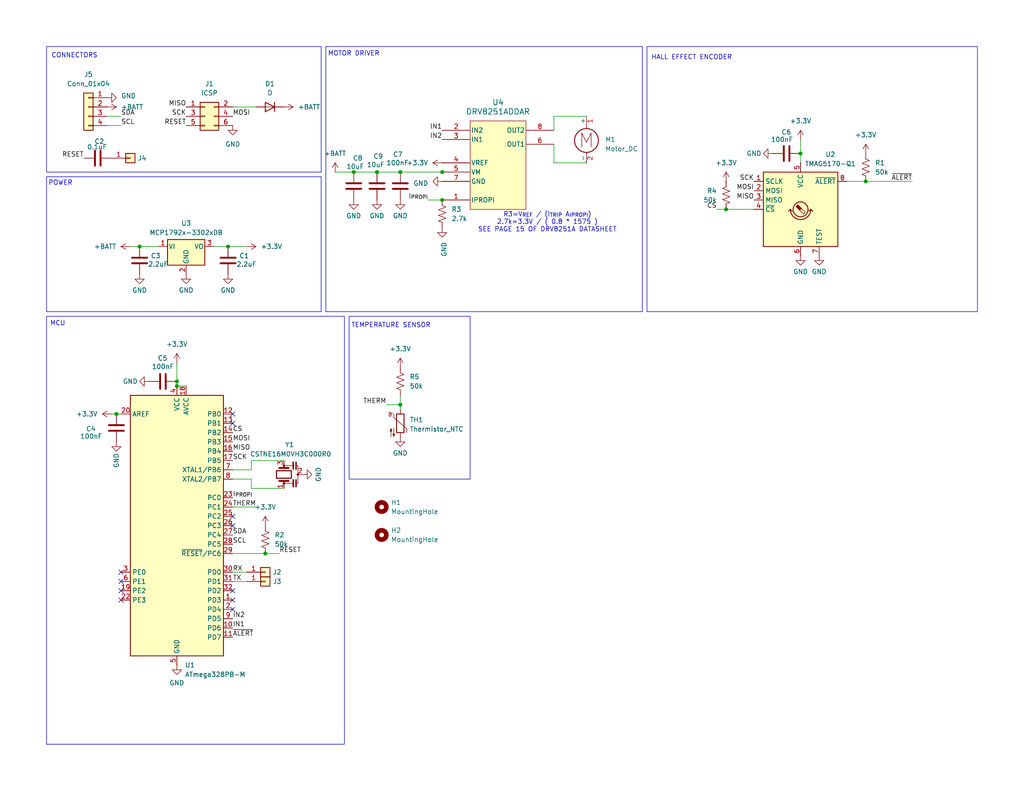
<source format=kicad_sch>
(kicad_sch (version 20231120) (generator "eeschema") (generator_version "8.0")
  (paper "USLetter")
  (title_block (rev "1") (comment 1 "Design for JLCPCB 1-2 Layer Service"))
  (lib_symbols
    (symbol "Connector_Generic:Conn_01x01" (pin_names (offset 1.016) hide)
      (property "Reference" "J" (at 0 2.54 0))
      (property "Value" "Conn_01x01" (at 0 -2.54 0))
      (symbol "Conn_01x01_1_1"
        (rectangle (start -1.27 0.127) (end 0 -0.127) (stroke (width 0.1524)))
        (rectangle (start -1.27 1.27) (end 1.27 -1.27) (stroke (width 0.254)) (fill (type background)))
        (pin passive line (at -5.08 0 0) (length 3.81) (name "Pin_1") (number "1"))
      )
    )
    (symbol "Connector_Generic:Conn_01x04" (pin_names (offset 1.016) hide)
      (property "Reference" "J" (at 0 5.08 0))
      (property "Value" "Conn_01x04" (at 0 -7.62 0))
      (symbol "Conn_01x04_1_1"
        (rectangle (start -1.27 -4.953) (end 0 -5.207) (stroke (width 0.1524)))
        (rectangle (start -1.27 -2.413) (end 0 -2.667) (stroke (width 0.1524)))
        (rectangle (start -1.27 0.127) (end 0 -0.127) (stroke (width 0.1524)))
        (rectangle (start -1.27 2.667) (end 0 2.413) (stroke (width 0.1524)))
        (rectangle (start -1.27 3.81) (end 1.27 -6.35) (stroke (width 0.254)) (fill (type background)))
        (pin passive line (at -5.08 2.54 0) (length 3.81) (name "Pin_1") (number "1"))
        (pin passive line (at -5.08 0 0) (length 3.81) (name "Pin_2") (number "2"))
        (pin passive line (at -5.08 -2.54 0) (length 3.81) (name "Pin_3") (number "3"))
        (pin passive line (at -5.08 -5.08 0) (length 3.81) (name "Pin_4") (number "4"))
      )
    )
    (symbol "Connector_Generic:Conn_02x03_Odd_Even" (pin_names (offset 1.016) hide)
      (property "Reference" "J" (at 1.27 5.08 0))
      (property "Value" "Conn_02x03_Odd_Even" (at 1.27 -5.08 0))
      (symbol "Conn_02x03_Odd_Even_1_1"
        (rectangle (start -1.27 -2.413) (end 0 -2.667) (stroke (width 0.1524)))
        (rectangle (start -1.27 0.127) (end 0 -0.127) (stroke (width 0.1524)))
        (rectangle (start -1.27 2.667) (end 0 2.413) (stroke (width 0.1524)))
        (rectangle (start -1.27 3.81) (end 3.81 -3.81) (stroke (width 0.254)) (fill (type background)))
        (rectangle (start 3.81 -2.413) (end 2.54 -2.667) (stroke (width 0.1524)))
        (rectangle (start 3.81 0.127) (end 2.54 -0.127) (stroke (width 0.1524)))
        (rectangle (start 3.81 2.667) (end 2.54 2.413) (stroke (width 0.1524)))
        (pin passive line (at -5.08 2.54 0) (length 3.81) (name "Pin_1") (number "1"))
        (pin passive line (at 7.62 2.54 180) (length 3.81) (name "Pin_2") (number "2"))
        (pin passive line (at -5.08 0 0) (length 3.81) (name "Pin_3") (number "3"))
        (pin passive line (at 7.62 0 180) (length 3.81) (name "Pin_4") (number "4"))
        (pin passive line (at -5.08 -2.54 0) (length 3.81) (name "Pin_5") (number "5"))
        (pin passive line (at 7.62 -2.54 180) (length 3.81) (name "Pin_6") (number "6"))
      )
    )
    (symbol "Device:C" (pin_numbers hide) (pin_names (offset 0.254))
      (property "Reference" "C" (at 0.635 2.54 0))
      (property "Value" "C" (at 0.635 -2.54 0))
      (symbol "C_0_1"
        (polyline (pts (xy -2.032 -0.762) (xy 2.032 -0.762)) (stroke (width 0.508)))
        (polyline (pts (xy -2.032 0.762) (xy 2.032 0.762)) (stroke (width 0.508)))
      )
      (symbol "C_1_1"
        (pin passive line (at 0 3.81 270) (length 2.794) (name "~") (number "1"))
        (pin passive line (at 0 -3.81 90) (length 2.794) (name "~") (number "2"))
      )
    )
    (symbol "Device:D" (pin_numbers hide) (pin_names (offset 1.016) hide)
      (property "Reference" "D" (at 0 2.54 0))
      (property "Value" "D" (at 0 -2.54 0))
      (symbol "D_0_1"
        (polyline (pts (xy -1.27 1.27) (xy -1.27 -1.27)) (stroke (width 0.254)))
        (polyline (pts (xy 1.27 0) (xy -1.27 0)))
        (polyline (pts (xy 1.27 1.27) (xy 1.27 -1.27) (xy -1.27 0) (xy 1.27 1.27)) (stroke (width 0.254)))
      )
      (symbol "D_1_1"
        (pin passive line (at -3.81 0 0) (length 2.54) (name "K") (number "1"))
        (pin passive line (at 3.81 0 180) (length 2.54) (name "A") (number "2"))
      )
    )
    (symbol "Device:R_US" (pin_numbers hide) (pin_names (offset 0))
      (property "Reference" "R" (at 2.54 0 90))
      (property "Value" "R_US" (at -2.54 0 90))
      (symbol "R_US_0_1"
        (polyline (pts (xy 0 -2.286) (xy 0 -2.54)))
        (polyline (pts (xy 0 2.286) (xy 0 2.54)))
        (polyline (pts (xy 0 -0.762) (xy 1.016 -1.143) (xy 0 -1.524) (xy -1.016 -1.905) (xy 0 -2.286)))
        (polyline (pts (xy 0 0.762) (xy 1.016 0.381) (xy 0 0) (xy -1.016 -0.381) (xy 0 -0.762)))
        (polyline (pts (xy 0 2.286) (xy 1.016 1.905) (xy 0 1.524) (xy -1.016 1.143) (xy 0 0.762)))
      )
      (symbol "R_US_1_1"
        (pin passive line (at 0 3.81 270) (length 1.27) (name "~") (number "1"))
        (pin passive line (at 0 -3.81 90) (length 1.27) (name "~") (number "2"))
      )
    )
    (symbol "Device:Resonator" (pin_names (offset 1.016) hide)
      (property "Reference" "Y" (at 0 5.715 0))
      (property "Value" "Resonator" (at 0 3.81 0))
      (symbol "Resonator_0_1"
        (rectangle (start -3.429 -3.175) (end -1.397 -3.429) (fill (type outline)))
        (rectangle (start -3.429 -2.413) (end -1.397 -2.667) (fill (type outline)))
        (circle (center -2.413 0) (radius 0.254) (fill (type outline)))
        (rectangle (start -1.016 2.032) (end 1.016 -2.032) (stroke (width 0.3048)))
        (circle (center 0 -3.81) (radius 0.254) (fill (type outline)))
        (polyline (pts (xy -2.413 -2.413) (xy -2.413 0)))
        (polyline (pts (xy -1.905 0) (xy -3.175 0)))
        (polyline (pts (xy -1.778 -1.27) (xy -1.778 1.27)) (stroke (width 0.508)))
        (polyline (pts (xy 1.778 -1.27) (xy 1.778 1.27)) (stroke (width 0.508)))
        (polyline (pts (xy 1.905 0) (xy 2.54 0)))
        (polyline (pts (xy 2.413 0) (xy 2.413 -2.54)))
        (polyline (pts (xy 2.413 -3.302) (xy 2.413 -3.81) (xy -2.413 -3.81) (xy -2.413 -3.302)))
        (rectangle (start 1.397 -3.175) (end 3.429 -3.429) (fill (type outline)))
        (rectangle (start 1.397 -2.413) (end 3.429 -2.667) (fill (type outline)))
        (circle (center 2.413 0) (radius 0.254) (fill (type outline)))
      )
      (symbol "Resonator_1_1"
        (pin passive line (at -3.81 0 0) (length 1.27) (name "1") (number "1"))
        (pin passive line (at 0 -5.08 90) (length 1.27) (name "2") (number "2"))
        (pin passive line (at 3.81 0 180) (length 1.27) (name "3") (number "3"))
      )
    )
    (symbol "Device:Thermistor_NTC" (pin_numbers hide) (pin_names (offset 0))
      (property "Reference" "TH" (at -4.445 0 90))
      (property "Value" "Thermistor_NTC" (at 3.175 0 90))
      (symbol "Thermistor_NTC_0_1"
        (arc (start -3.048 2.159) (mid -3.0495 2.3143) (end -3.175 2.413))
        (arc (start -3.048 2.159) (mid -2.9736 1.9794) (end -2.794 1.905))
        (arc (start -3.048 2.794) (mid -2.9736 2.6144) (end -2.794 2.54))
        (arc (start -2.794 1.905) (mid -2.6144 1.9794) (end -2.54 2.159))
        (arc (start -2.794 2.54) (mid -2.4393 2.5587) (end -2.159 2.794))
        (arc (start -2.794 3.048) (mid -2.9736 2.9736) (end -3.048 2.794))
        (arc (start -2.54 2.794) (mid -2.6144 2.9736) (end -2.794 3.048))
        (rectangle (start -1.016 2.54) (end 1.016 -2.54) (stroke (width 0.254)))
        (polyline (pts (xy -2.54 2.159) (xy -2.54 2.794)))
        (polyline (pts (xy -1.778 2.54) (xy -1.778 1.524) (xy 1.778 -1.524) (xy 1.778 -2.54)))
        (polyline (pts (xy -2.54 -3.683) (xy -2.54 -1.397) (xy -2.794 -2.159) (xy -2.286 -2.159) (xy -2.54 -1.397) (xy -2.54 -1.651)) (fill (type outline)))
        (polyline (pts (xy -1.778 -1.397) (xy -1.778 -3.683) (xy -2.032 -2.921) (xy -1.524 -2.921) (xy -1.778 -3.683) (xy -1.778 -3.429)) (fill (type outline)))
      )
      (symbol "Thermistor_NTC_1_1"
        (pin passive line (at 0 3.81 270) (length 1.27) (name "~") (number "1"))
        (pin passive line (at 0 -3.81 90) (length 1.27) (name "~") (number "2"))
      )
    )
    (symbol "MCU_Microchip_ATmega:ATmega328PB-M"
      (property "Reference" "U" (at -12.7 36.83 0))
      (property "Value" "ATmega328PB-M" (at 2.54 -36.83 0))
      (symbol "ATmega328PB-M_0_1"
        (rectangle (start -12.7 -35.56) (end 12.7 35.56) (stroke (width 0.254)) (fill (type background)))
      )
      (symbol "ATmega328PB-M_1_1"
        (pin bidirectional line (at 15.24 -20.32 180) (length 2.54) (name "PD3") (number "1"))
        (pin bidirectional line (at 15.24 -27.94 180) (length 2.54) (name "PD6") (number "10"))
        (pin bidirectional line (at 15.24 -30.48 180) (length 2.54) (name "PD7") (number "11"))
        (pin bidirectional line (at 15.24 30.48 180) (length 2.54) (name "PB0") (number "12"))
        (pin bidirectional line (at 15.24 27.94 180) (length 2.54) (name "PB1") (number "13"))
        (pin bidirectional line (at 15.24 25.4 180) (length 2.54) (name "PB2") (number "14"))
        (pin bidirectional line (at 15.24 22.86 180) (length 2.54) (name "PB3") (number "15"))
        (pin bidirectional line (at 15.24 20.32 180) (length 2.54) (name "PB4") (number "16"))
        (pin bidirectional line (at 15.24 17.78 180) (length 2.54) (name "PB5") (number "17"))
        (pin power_in line (at 2.54 38.1 270) (length 2.54) (name "AVCC") (number "18"))
        (pin bidirectional line (at -15.24 -17.78 0) (length 2.54) (name "PE2") (number "19"))
        (pin bidirectional line (at 15.24 -22.86 180) (length 2.54) (name "PD4") (number "2"))
        (pin passive line (at -15.24 30.48 0) (length 2.54) (name "AREF") (number "20"))
        (pin passive line (at 0 -38.1 90) (length 2.54) hide (name "GND") (number "21"))
        (pin bidirectional line (at -15.24 -20.32 0) (length 2.54) (name "PE3") (number "22"))
        (pin bidirectional line (at 15.24 7.62 180) (length 2.54) (name "PC0") (number "23"))
        (pin bidirectional line (at 15.24 5.08 180) (length 2.54) (name "PC1") (number "24"))
        (pin bidirectional line (at 15.24 2.54 180) (length 2.54) (name "PC2") (number "25"))
        (pin bidirectional line (at 15.24 0 180) (length 2.54) (name "PC3") (number "26"))
        (pin bidirectional line (at 15.24 -2.54 180) (length 2.54) (name "PC4") (number "27"))
        (pin bidirectional line (at 15.24 -5.08 180) (length 2.54) (name "PC5") (number "28"))
        (pin bidirectional line (at 15.24 -7.62 180) (length 2.54) (name "~{RESET}/PC6") (number "29"))
        (pin bidirectional line (at -15.24 -12.7 0) (length 2.54) (name "PE0") (number "3"))
        (pin bidirectional line (at 15.24 -12.7 180) (length 2.54) (name "PD0") (number "30"))
        (pin bidirectional line (at 15.24 -15.24 180) (length 2.54) (name "PD1") (number "31"))
        (pin bidirectional line (at 15.24 -17.78 180) (length 2.54) (name "PD2") (number "32"))
        (pin passive line (at 0 -38.1 90) (length 2.54) hide (name "GND") (number "33"))
        (pin power_in line (at 0 38.1 270) (length 2.54) (name "VCC") (number "4"))
        (pin power_in line (at 0 -38.1 90) (length 2.54) (name "GND") (number "5"))
        (pin bidirectional line (at -15.24 -15.24 0) (length 2.54) (name "PE1") (number "6"))
        (pin bidirectional line (at 15.24 15.24 180) (length 2.54) (name "XTAL1/PB6") (number "7"))
        (pin bidirectional line (at 15.24 12.7 180) (length 2.54) (name "XTAL2/PB7") (number "8"))
        (pin bidirectional line (at 15.24 -25.4 180) (length 2.54) (name "PD5") (number "9"))
      )
    )
    (symbol "Mechanical:MountingHole" (pin_names (offset 1.016)) (exclude_from_sim yes) (in_bom no)
      (property "Reference" "H" (at 0 5.08 0))
      (property "Value" "MountingHole" (at 0 3.175 0))
      (symbol "MountingHole_0_1"
        (circle (center 0 0) (radius 1.27) (stroke (width 1.27)))
      )
    )
    (symbol "Motor:Motor_DC" (pin_names (offset 0))
      (property "Reference" "M" (at 2.54 2.54 0))
      (property "Value" "Motor_DC" (at 2.54 -5.08 0))
      (symbol "Motor_DC_0_0"
        (polyline (pts (xy -1.27 -3.302) (xy -1.27 0.508) (xy 0 -2.032) (xy 1.27 0.508) (xy 1.27 -3.302)))
      )
      (symbol "Motor_DC_0_1"
        (circle (center 0 -1.524) (radius 3.2512) (stroke (width 0.254)))
        (polyline (pts (xy 0 -7.62) (xy 0 -7.112)))
        (polyline (pts (xy 0 -4.7752) (xy 0 -5.1816)))
        (polyline (pts (xy 0 1.7272) (xy 0 2.0828)))
        (polyline (pts (xy 0 2.032) (xy 0 2.54)))
      )
      (symbol "Motor_DC_1_1"
        (pin passive line (at 0 5.08 270) (length 2.54) (name "+") (number "1"))
        (pin passive line (at 0 -7.62 90) (length 2.54) (name "-") (number "2"))
      )
    )
    (symbol "Regulator_Linear:MCP1792x-3302xDB" (pin_names (offset 0.254))
      (property "Reference" "U" (at -3.81 3.175 0))
      (property "Value" "MCP1792x-3302xDB" (at 0 3.175 0))
      (symbol "MCP1792x-3302xDB_0_1"
        (rectangle (start -5.08 -5.08) (end 5.08 1.905) (stroke (width 0.254)) (fill (type background)))
      )
      (symbol "MCP1792x-3302xDB_1_1"
        (pin power_in line (at -7.62 0 0) (length 2.54) (name "VI") (number "1"))
        (pin power_in line (at 0 -7.62 90) (length 2.54) (name "GND") (number "2"))
        (pin power_out line (at 7.62 0 180) (length 2.54) (name "VO") (number "3"))
      )
    )
    (symbol "Sensor_Magnetic:TMAG5170-Q1"
      (property "Reference" "U" (at -2.54 13.335 0))
      (property "Value" "TMAG5170-Q1" (at -2.54 11.43 0))
      (symbol "TMAG5170-Q1_0_1"
        (rectangle (start -10.16 10.16) (end 10.16 -10.16) (stroke (width 0.254)) (fill (type background)))
        (arc (start -2.794 0) (mid 0 -2.7819) (end 2.794 0) (stroke (width 0.254)))
        (polyline (pts (xy -2.794 0) (xy -3.302 -0.508)) (stroke (width 0.254)))
        (polyline (pts (xy -2.794 0) (xy -2.286 -0.508)) (stroke (width 0.254)))
        (polyline (pts (xy 2.794 0) (xy 2.286 -0.508)) (stroke (width 0.254)))
        (polyline (pts (xy 2.794 0) (xy 3.302 -0.508)) (stroke (width 0.254)))
      )
      (symbol "TMAG5170-Q1_1_1"
        (polyline (pts (xy 0.254 0.254) (xy 1.27 -0.762) (xy 0.762 -1.27) (xy -0.254 -0.254)))
        (polyline (pts (xy -0.762 1.27) (xy 0.254 0.254) (xy -0.254 -0.254) (xy -1.27 0.762) (xy -1.016 1.016) (xy -0.762 1.27) (xy -0.635 1.143)) (fill (type outline)))
        (circle (center 0 0) (radius 2.032) (stroke (width 0.254)))
        (pin input line (at -12.7 7.62 0) (length 2.54) (name "SCLK") (number "1"))
        (pin input line (at -12.7 5.08 0) (length 2.54) (name "MOSI") (number "2"))
        (pin output line (at -12.7 2.54 0) (length 2.54) (name "MISO") (number "3"))
        (pin input line (at -12.7 0 0) (length 2.54) (name "~{CS}") (number "4"))
        (pin power_in line (at 0 12.7 270) (length 2.54) (name "VCC") (number "5"))
        (pin power_in line (at 0 -12.7 90) (length 2.54) (name "GND") (number "6"))
        (pin passive line (at 5.08 -12.7 90) (length 2.54) (name "TEST") (number "7"))
        (pin bidirectional line (at 12.7 7.62 180) (length 2.54) (name "~{ALERT}") (number "8"))
      )
    )
    (symbol "TI_Motor:DRV8251ADDAR" (pin_names (offset 0.254))
      (property "Reference" "U" (at 20.32 10.16 0))
      (property "Value" "DRV8251ADDAR" (at 20.32 7.62 0))
      (symbol "DRV8251ADDAR_0_1"
        (pin input line (at 0 0 0) (length 7.62) (name "IN2") (number "2"))
        (pin input line (at 0 -2.54 0) (length 7.62) (name "IN1") (number "3"))
        (pin power_in line (at 0 -8.89 0) (length 7.62) (name "VREF") (number "4"))
        (pin power_in line (at 0 -11.43 0) (length 7.62) (name "VM") (number "5"))
        (pin output line (at 30.48 -3.81 180) (length 7.62) (name "OUT1") (number "6"))
        (pin output line (at 30.48 0 180) (length 7.62) (name "OUT2") (number "8"))
      )
      (symbol "DRV8251ADDAR_1_1"
        (rectangle (start 7.62 2.54) (end 22.86 -21.59) (fill (type background)))
        (pin power_in line (at 0 -19.05 0) (length 7.62) (name "IPROPI") (number "1"))
        (pin power_out line (at 0 -13.97 0) (length 7.62) (name "GND") (number "7"))
        (pin power_out line (at 0 -13.97 0) (length 7.62) hide (name "PAD") (number "9"))
      )
    )
    (symbol "power:+3.3V" (power) (pin_numbers hide) (pin_names (offset 0) hide)
      (property "Value" "+3.3V" (at 0 3.556 0))
      (symbol "+3.3V_0_1"
        (polyline (pts (xy -0.762 1.27) (xy 0 2.54)))
        (polyline (pts (xy 0 0) (xy 0 2.54)))
        (polyline (pts (xy 0 2.54) (xy 0.762 1.27)))
      )
      (symbol "+3.3V_1_1"
        (pin power_in line (at 0 0 90) (length 0) (name "~") (number "1"))
      )
    )
    (symbol "power:+BATT" (power) (pin_numbers hide) (pin_names (offset 0) hide)
      (property "Value" "+BATT" (at 0 3.556 0))
      (symbol "+BATT_0_1"
        (polyline (pts (xy -0.762 1.27) (xy 0 2.54)))
        (polyline (pts (xy 0 0) (xy 0 2.54)))
        (polyline (pts (xy 0 2.54) (xy 0.762 1.27)))
      )
      (symbol "+BATT_1_1"
        (pin power_in line (at 0 0 90) (length 0) (name "~") (number "1"))
      )
    )
    (symbol "power:GND" (power) (pin_numbers hide) (pin_names (offset 0) hide)
      (property "Value" "GND" (at 0 -3.81 0))
      (symbol "GND_0_1"
        (polyline (pts (xy 0 0) (xy 0 -1.27) (xy 1.27 -1.27) (xy 0 -2.54) (xy -1.27 -1.27) (xy 0 -1.27)))
      )
      (symbol "GND_1_1"
        (pin power_in line (at 0 0 270) (length 0) (name "~") (number "1"))
      )
    )
  )
  (bus_alias "" (members))
  (bus_alias "SPI" (members "MOSI" "MISO" "SCLK" "CS"))
  (junction (at 48.26 105.41))
  (junction (at 72.39 151.13))
  (junction (at 31.75 113.03))
  (junction (at 120.65 54.61))
  (junction (at 109.22 46.99))
  (junction (at 62.23 67.31))
  (junction (at 96.52 46.99))
  (junction (at 48.26 104.14))
  (junction (at 38.1 67.31))
  (junction (at 198.12 57.15))
  (junction (at 102.87 46.99))
  (junction (at 109.22 110.49))
  (junction (at 120.65 46.99))
  (junction (at 218.44 41.91))
  (junction (at 236.22 49.53))
  (no_connect (at 63.5 140.97))
  (no_connect (at 33.02 161.29))
  (no_connect (at 33.02 163.83))
  (no_connect (at 63.5 166.37))
  (no_connect (at 63.5 115.57))
  (no_connect (at 33.02 156.21))
  (no_connect (at 63.5 163.83))
  (no_connect (at 33.02 158.75))
  (no_connect (at 63.5 143.51))
  (no_connect (at 63.5 113.03))
  (no_connect (at 63.5 161.29))
  (wire (pts (xy 68.58 130.81) (xy 68.58 133.35)))
  (wire (pts (xy 67.31 156.21) (xy 63.5 156.21)))
  (wire (pts (xy 151.13 35.56) (xy 151.13 31.75)))
  (wire (pts (xy 109.22 110.49) (xy 109.22 111.76)))
  (wire (pts (xy 63.5 128.27) (xy 68.58 128.27)))
  (wire (pts (xy 69.85 138.43) (xy 63.5 138.43)))
  (wire (pts (xy 31.75 113.03) (xy 33.02 113.03)))
  (wire (pts (xy 62.23 67.31) (xy 58.42 67.31)))
  (wire (pts (xy 218.44 38.1) (xy 218.44 41.91)))
  (wire (pts (xy 67.31 158.75) (xy 63.5 158.75)))
  (wire (pts (xy 76.2 151.13) (xy 72.39 151.13)))
  (wire (pts (xy 91.44 46.99) (xy 96.52 46.99)))
  (wire (pts (xy 33.02 31.75) (xy 29.21 31.75)))
  (wire (pts (xy 198.12 57.15) (xy 205.74 57.15)))
  (wire (pts (xy 151.13 44.45) (xy 160.02 44.45)))
  (wire (pts (xy 218.44 41.91) (xy 218.44 44.45)))
  (wire (pts (xy 48.26 104.14) (xy 48.26 105.41)))
  (wire (pts (xy 96.52 46.99) (xy 102.87 46.99)))
  (wire (pts (xy 151.13 39.37) (xy 151.13 44.45)))
  (wire (pts (xy 67.31 67.31) (xy 62.23 67.31)))
  (wire (pts (xy 68.58 125.73) (xy 77.47 125.73)))
  (wire (pts (xy 123.19 46.99) (xy 120.65 46.99)))
  (wire (pts (xy 248.92 49.53) (xy 236.22 49.53)))
  (wire (pts (xy 72.39 151.13) (xy 63.5 151.13)))
  (wire (pts (xy 35.56 67.31) (xy 38.1 67.31)))
  (wire (pts (xy 68.58 128.27) (xy 68.58 125.73)))
  (wire (pts (xy 109.22 107.95) (xy 109.22 110.49)))
  (wire (pts (xy 105.41 110.49) (xy 109.22 110.49)))
  (wire (pts (xy 68.58 133.35) (xy 77.47 133.35)))
  (wire (pts (xy 48.26 99.06) (xy 48.26 104.14)))
  (wire (pts (xy 38.1 67.31) (xy 43.18 67.31)))
  (wire (pts (xy 69.85 29.21) (xy 63.5 29.21)))
  (wire (pts (xy 195.58 57.15) (xy 198.12 57.15)))
  (wire (pts (xy 151.13 31.75) (xy 160.02 31.75)))
  (wire (pts (xy 109.22 46.99) (xy 120.65 46.99)))
  (wire (pts (xy 102.87 46.99) (xy 109.22 46.99)))
  (wire (pts (xy 30.48 113.03) (xy 31.75 113.03)))
  (wire (pts (xy 48.26 105.41) (xy 50.8 105.41)))
  (wire (pts (xy 33.02 34.29) (xy 29.21 34.29)))
  (wire (pts (xy 231.14 49.53) (xy 236.22 49.53)))
  (wire (pts (xy 116.84 54.61) (xy 120.65 54.61)))
  (wire (pts (xy 63.5 130.81) (xy 68.58 130.81)))
  (rectangle (start 88.9 12.7) (end 175.26 85.09))
  (rectangle (start 12.7 86.36) (end 93.98 203.2))
  (rectangle (start 176.53 12.7) (end 266.7 85.09))
  (rectangle (start 95.25 86.36) (end 128.27 130.81))
  (rectangle (start 12.7 48.26) (end 87.63 85.09))
  (rectangle (start 12.7 12.7) (end 87.63 46.99))
  (text "HALL EFFECT ENCODER" (at 188.722 15.748 0) (effects (font (size 1.27 1.27))))
  (text "MCU" (at 15.748 88.392 0) (effects (font (size 1.27 1.27))))
  (text "MOTOR DRIVER" (at 96.52 14.732 0) (effects (font (size 1.27 1.27))))
  (text "TEMPERATURE SENSOR" (at 106.68 88.9 0) (effects (font (size 1.27 1.27))))
  (text "R3=V_{REF} / (I_{TRIP} A_{IPROPI})\n2.7k=3.3V / ( 0.8 * 1575 )\nSEE PAGE 15 OF DRV8251A DATASHEET\n" (at 149.352 60.706 0) (effects (font (size 1.27 1.27))))
  (text "POWER" (at 16.51 50.038 0) (effects (font (size 1.27 1.27))))
  (text "CONNECTORS" (at 20.32 15.24 0) (effects (font (size 1.27 1.27))))
  (label "MOSI" (at 63.5 120.65 0))
  (label "SCK" (at 205.74 49.53 180))
  (label "MOSI" (at 63.5 31.75 0))
  (label "SCL" (at 63.5 148.59 0))
  (label "MISO" (at 50.8 29.21 180))
  (label "THERM" (at 105.41 110.49 180))
  (label "RESET" (at 76.2 151.13 0))
  (label "IN1" (at 63.5 171.45 0))
  (label "~{ALERT}" (at 248.92 49.53 180))
  (label "IN1" (at 120.65 35.56 180))
  (label "IN2" (at 63.5 168.91 0))
  (label "RX" (at 63.5 156.21 0))
  (label "THERM" (at 69.85 138.43 180))
  (label "RESET" (at 50.8 34.29 180))
  (label "CS" (at 195.58 57.15 180))
  (label "I_{PROPI}" (at 116.84 54.61 180))
  (label "MISO" (at 63.5 123.19 0))
  (label "TX" (at 63.5 158.75 0))
  (label "SCL" (at 33.02 34.29 0))
  (label "~{ALERT}" (at 63.5 173.99 0))
  (label "RESET" (at 22.86 43.18 180))
  (label "I_{PROPI}" (at 63.5 135.89 0))
  (label "CS" (at 63.5 118.11 0))
  (label "MOSI" (at 205.74 52.07 180))
  (label "IN2" (at 120.65 38.1 180))
  (label "SDA" (at 63.5 146.05 0))
  (label "SCK" (at 63.5 125.73 0))
  (label "SDA" (at 33.02 31.75 0))
  (label "MISO" (at 205.74 54.61 180))
  (label "SCK" (at 50.8 31.75 180))
  (symbol (lib_id "power:GND") (at 210.82 41.91 270) (unit 1)
    (property "Reference" "#PWR026" (effects (hide yes)))
    (property "Value" "GND" (at 207.772 41.91 90) (effects (justify right)))
    (property "Description" "Power symbol creates a global label with name \"GND\" , ground" (effects (hide yes)))
  )
  (symbol (lib_id "Device:C") (at 96.52 50.8 0) (unit 1)
    (property "Reference" "C8" (at 96.266 43.18 0) (effects (justify left)))
    (property "Value" "10uF" (at 94.488 45.466 0) (effects (justify left)))
    (property "Footprint" "Capacitor_SMD:C_0805_2012Metric_Pad1.18x1.45mm_HandSolder" (effects (hide yes)))
    (property "Description" "Unpolarized capacitor" (effects (hide yes)))
    (property "LCSC Part #" "C440198" (effects (hide yes)))
  )
  (symbol (lib_id "Device:R_US") (at 72.39 147.32 0) (unit 1)
    (property "Reference" "R2" (at 74.93 146.0499 0) (effects (justify left)))
    (property "Value" "50k" (at 74.93 148.5899 0) (effects (justify left)))
    (property "Footprint" "Resistor_SMD:R_0603_1608Metric_Pad0.98x0.95mm_HandSolder" (effects (hide yes)))
    (property "Description" "Resistor, US symbol" (effects (hide yes)))
    (property "LCSC Part #" "C23206" (effects (hide yes)))
  )
  (symbol (lib_id "power:GND") (at 48.26 181.61 0) (unit 1)
    (property "Reference" "#PWR08" (effects (hide yes)))
    (property "Value" "GND" (at 50.292 186.436 0) (effects (justify right)))
    (property "Description" "Power symbol creates a global label with name \"GND\" , ground" (effects (hide yes)))
  )
  (symbol (lib_id "Connector_Generic:Conn_01x01") (at 35.56 43.18 0) (unit 1)
    (property "Reference" "J4" (at 37.592 43.18 0) (effects (justify left)))
    (property "Value" "Conn_01x01" (effects (hide yes)))
    (property "Footprint" "Connector_Wire:SolderWirePad_1x01_SMD_1x2mm" (effects (hide yes)))
    (property "Description" "Generic connector, single row, 01x01, script generated (kicad-library-utils/schlib/autogen/connector/)" (effects (hide yes)))
  )
  (symbol (lib_id "power:GND") (at 223.52 69.85 0) (unit 1)
    (property "Reference" "#PWR014" (effects (hide yes)))
    (property "Value" "GND" (at 225.552 74.168 0) (effects (justify right)))
    (property "Description" "Power symbol creates a global label with name \"GND\" , ground" (effects (hide yes)))
  )
  (symbol (lib_id "Device:C") (at 62.23 71.12 0) (unit 1)
    (property "Reference" "C1" (at 65.278 69.85 0) (effects (justify left)))
    (property "Value" "2.2uF" (at 64.516 72.136 0) (effects (justify left)))
    (property "Footprint" "Capacitor_SMD:C_0603_1608Metric_Pad1.08x0.95mm_HandSolder" (effects (hide yes)))
    (property "Description" "Unpolarized capacitor" (effects (hide yes)))
    (property "LCSC Part #" "C23630" (effects (hide yes)))
  )
  (symbol (lib_id "Connector_Generic:Conn_01x04") (at 24.13 29.21 0) (mirror y) (unit 1) (in_bom no)
    (property "Reference" "J5" (at 24.13 20.32 0))
    (property "Value" "Conn_01x04" (at 24.13 22.86 0))
    (property "Footprint" "Connector_Wire:SolderWire-0.5sqmm_1x04_P4.6mm_D0.9mm_OD2.1mm" (effects (hide yes)))
    (property "Description" "Generic connector, single row, 01x04, script generated (kicad-library-utils/schlib/autogen/connector/)" (effects (hide yes)))
  )
  (symbol (lib_id "power:GND") (at 63.5 34.29 0) (unit 1)
    (property "Reference" "#PWR015" (effects (hide yes)))
    (property "Value" "GND" (at 63.5 39.37 0))
    (property "Description" "Power symbol creates a global label with name \"GND\" , ground" (effects (hide yes)))
  )
  (symbol (lib_id "Connector_Generic:Conn_01x01") (at 72.39 158.75 0) (unit 1)
    (property "Reference" "J3" (at 74.422 158.75 0) (effects (justify left)))
    (property "Value" "Conn_01x01" (effects (hide yes)))
    (property "Footprint" "Connector_Wire:SolderWirePad_1x01_SMD_1x2mm" (effects (hide yes)))
    (property "Description" "Generic connector, single row, 01x01, script generated (kicad-library-utils/schlib/autogen/connector/)" (effects (hide yes)))
  )
  (symbol (lib_id "power:GND") (at 29.21 26.67 90) (unit 1)
    (property "Reference" "#PWR04" (effects (hide yes)))
    (property "Value" "GND" (at 33.02 26.162 90) (effects (justify right)))
    (property "Description" "Power symbol creates a global label with name \"GND\" , ground" (effects (hide yes)))
  )
  (symbol (lib_id "power:GND") (at 96.52 54.61 0) (unit 1)
    (property "Reference" "#PWR030" (effects (hide yes)))
    (property "Value" "GND" (at 98.552 58.928 0) (effects (justify right)))
    (property "Description" "Power symbol creates a global label with name \"GND\" , ground" (effects (hide yes)))
  )
  (symbol (lib_id "Connector_Generic:Conn_01x01") (at 72.39 156.21 0) (unit 1)
    (property "Reference" "J2" (at 74.422 156.21 0) (effects (justify left)))
    (property "Value" "Conn_01x01" (effects (hide yes)))
    (property "Footprint" "Connector_Wire:SolderWirePad_1x01_SMD_1x2mm" (effects (hide yes)))
    (property "Description" "Generic connector, single row, 01x01, script generated (kicad-library-utils/schlib/autogen/connector/)" (effects (hide yes)))
  )
  (symbol (lib_id "Connector_Generic:Conn_02x03_Odd_Even") (at 55.88 31.75 0) (unit 1) (in_bom no)
    (property "Reference" "J1" (at 57.15 22.86 0))
    (property "Value" "ICSP" (at 57.15 25.4 0))
    (property "Footprint" "ISP:POGO_ISP" (effects (hide yes)))
    (property "Description" "Generic connector, double row, 02x03, odd/even pin numbering scheme (row 1 odd numbers, row 2 even numbers), script generated (kicad-library-utils/schlib/autogen/connector/)" (effects (hide yes)))
  )
  (symbol (lib_id "power:+3.3V") (at 48.26 99.06 0) (unit 1)
    (property "Reference" "#PWR016" (effects (hide yes)))
    (property "Value" "+3.3V" (at 48.26 93.98 0))
    (property "Description" "Power symbol creates a global label with name \"+3.3V\"" (effects (hide yes)))
  )
  (symbol (lib_id "power:GND") (at 82.55 129.54 90) (unit 1)
    (property "Reference" "#PWR029" (effects (hide yes)))
    (property "Value" "GND" (at 86.868 127.508 0) (effects (justify right)))
    (property "Description" "Power symbol creates a global label with name \"GND\" , ground" (effects (hide yes)))
  )
  (symbol (lib_id "Device:R_US") (at 198.12 53.34 0) (mirror x) (unit 1)
    (property "Reference" "R4" (at 195.58 52.0699 0) (effects (justify right)))
    (property "Value" "50k" (at 195.58 54.6099 0) (effects (justify right)))
    (property "Footprint" "Resistor_SMD:R_0603_1608Metric_Pad0.98x0.95mm_HandSolder" (effects (hide yes)))
    (property "Description" "Resistor, US symbol" (effects (hide yes)))
    (property "LCSC Part #" "C23206" (effects (hide yes)))
  )
  (symbol (lib_id "TI_Motor:DRV8251ADDAR") (at 120.65 35.56 0) (unit 1)
    (property "Reference" "U4" (at 135.89 27.94 0) (effects (font (size 1.524 1.524))))
    (property "Value" "DRV8251ADDAR" (at 135.89 30.48 0) (effects (font (size 1.524 1.524))))
    (property "Footprint" "Package_SO:Texas_HSOP-8-1EP_3.9x4.9mm_P1.27mm" (effects (hide yes)))
    (property "Datasheet" "DRV8251ADDAR" (effects (hide yes)))
    (property "LCSC Part #" "C5218844" (effects (hide yes)))
  )
  (symbol (lib_id "power:+3.3V") (at 67.31 67.31 270) (unit 1)
    (property "Reference" "#PWR06" (effects (hide yes)))
    (property "Value" "+3.3V" (at 71.12 67.3099 90) (effects (justify left)))
    (property "Description" "Power symbol creates a global label with name \"+3.3V\"" (effects (hide yes)))
  )
  (symbol (lib_id "Device:Thermistor_NTC") (at 109.22 115.57 0) (unit 1) (in_bom no)
    (property "Reference" "TH1" (at 111.76 114.6174 0) (effects (justify left)))
    (property "Value" "Thermistor_NTC" (at 111.76 117.1574 0) (effects (justify left)))
    (property "Footprint" "Resistor_SMD:R_0603_1608Metric_Pad0.98x0.95mm_HandSolder" (effects (hide yes)))
    (property "Description" "Temperature dependent resistor, negative temperature coefficient" (effects (hide yes)))
  )
  (symbol (lib_id "power:+3.3V") (at 30.48 113.03 90) (unit 1)
    (property "Reference" "#PWR017" (effects (hide yes)))
    (property "Value" "+3.3V" (at 26.67 113.0299 90) (effects (justify left)))
    (property "Description" "Power symbol creates a global label with name \"+3.3V\"" (effects (hide yes)))
  )
  (symbol (lib_id "power:GND") (at 62.23 74.93 0) (unit 1)
    (property "Reference" "#PWR021" (effects (hide yes)))
    (property "Value" "GND" (at 64.262 79.248 0) (effects (justify right)))
    (property "Description" "Power symbol creates a global label with name \"GND\" , ground" (effects (hide yes)))
  )
  (symbol (lib_id "MCU_Microchip_ATmega:ATmega328PB-M") (at 48.26 143.51 0) (unit 1)
    (property "Reference" "U1" (at 50.4541 181.61 0) (effects (justify left)))
    (property "Value" "ATmega328PB-M" (at 50.4541 184.15 0) (effects (justify left)))
    (property "Footprint" "Package_DFN_QFN:QFN-32-1EP_5x5mm_P0.5mm_EP3.1x3.1mm" (effects (hide yes)))
    (property "Datasheet" "http://ww1.microchip.com/downloads/en/DeviceDoc/40001906C.pdf" (effects (hide yes)))
    (property "Description" "20MHz, 32kB Flash, 2kB SRAM, 1kB EEPROM, QFN-32" (effects (hide yes)))
    (property "LCSC Part #" "C967933" (effects (hide yes)))
  )
  (symbol (lib_id "power:GND") (at 40.64 104.14 270) (unit 1)
    (property "Reference" "#PWR024" (effects (hide yes)))
    (property "Value" "GND" (at 37.592 104.14 90) (effects (justify right)))
    (property "Description" "Power symbol creates a global label with name \"GND\" , ground" (effects (hide yes)))
  )
  (symbol (lib_id "Mechanical:MountingHole") (at 104.14 138.43 0) (unit 1) (exclude_from_sim yes) (in_bom no)
    (property "Reference" "H1" (at 106.68 137.1599 0) (effects (justify left)))
    (property "Value" "MountingHole" (at 106.68 139.6999 0) (effects (justify left)))
    (property "Footprint" "MountingHole:MountingHole_2.2mm_M2" (effects (hide yes)))
    (property "Description" "Mounting Hole without connection" (effects (hide yes)))
  )
  (symbol (lib_id "Regulator_Linear:MCP1792x-3302xDB") (at 50.8 67.31 0) (unit 1)
    (property "Reference" "U3" (at 50.8 60.96 0))
    (property "Value" "MCP1792x-3302xDB" (at 50.8 63.5 0))
    (property "Footprint" "Package_TO_SOT_SMD:SOT-223-3_TabPin2" (effects (hide yes)))
    (property "Datasheet" "https://ww1.microchip.com/downloads/aemDocuments/documents/APID/ProductDocuments/DataSheets/MCP1792-Family-Data-Sheet-DS20006229D.pdf" (effects (hide yes)))
    (property "Description" "Low Quiescent Current LDO Regulator, 4.5-55V input, 3.3V, 100mA, SOT-223" (effects (hide yes)))
    (property "LCSC Part #" "C638614" (effects (hide yes)))
  )
  (symbol (lib_id "Device:C") (at 44.45 104.14 90) (unit 1)
    (property "Reference" "C5" (at 45.72 97.79 90) (effects (justify left)))
    (property "Value" "100nF" (at 47.498 100.076 90) (effects (justify left)))
    (property "Footprint" "Capacitor_SMD:C_0603_1608Metric_Pad1.08x0.95mm_HandSolder" (effects (hide yes)))
    (property "Description" "Unpolarized capacitor" (effects (hide yes)))
    (property "LCSC Part #" "C23630" (effects (hide yes)))
  )
  (symbol (lib_id "Device:C") (at 31.75 116.84 180) (unit 1)
    (property "Reference" "C4" (at 26.162 117.094 0) (effects (justify left)))
    (property "Value" "100nF" (at 27.94 119.126 0) (effects (justify left)))
    (property "Footprint" "Capacitor_SMD:C_0603_1608Metric_Pad1.08x0.95mm_HandSolder" (effects (hide yes)))
    (property "Description" "Unpolarized capacitor" (effects (hide yes)))
    (property "LCSC Part #" "C23630" (effects (hide yes)))
  )
  (symbol (lib_id "power:+3.3V") (at 120.65 44.45 90) (unit 1)
    (property "Reference" "#PWR011" (effects (hide yes)))
    (property "Value" "+3.3V" (at 116.84 44.4499 90) (effects (justify left)))
    (property "Description" "Power symbol creates a global label with name \"+3.3V\"" (effects (hide yes)))
  )
  (symbol (lib_id "power:+3.3V") (at 236.22 41.91 0) (unit 1)
    (property "Reference" "#PWR01" (effects (hide yes)))
    (property "Value" "+3.3V" (at 236.22 36.83 0))
    (property "Description" "Power symbol creates a global label with name \"+3.3V\"" (effects (hide yes)))
  )
  (symbol (lib_id "Motor:Motor_DC") (at 160.02 36.83 0) (unit 1) (in_bom no)
    (property "Reference" "M1" (at 165.1 38.0999 0) (effects (justify left)))
    (property "Value" "Motor_DC" (at 165.1 40.6399 0) (effects (justify left)))
    (property "Footprint" "Connector_PinHeader_2.54mm:PinHeader_1x02_P2.54mm_Vertical" (effects (hide yes)))
    (property "Description" "DC Motor" (effects (hide yes)))
  )
  (symbol (lib_id "power:GND") (at 120.65 49.53 270) (unit 1)
    (property "Reference" "#PWR013" (effects (hide yes)))
    (property "Value" "GND" (at 116.84 50.038 90) (effects (justify right)))
    (property "Description" "Power symbol creates a global label with name \"GND\" , ground" (effects (hide yes)))
  )
  (symbol (lib_id "power:GND") (at 218.44 69.85 0) (unit 1)
    (property "Reference" "#PWR09" (effects (hide yes)))
    (property "Value" "GND" (at 220.472 74.168 0) (effects (justify right)))
    (property "Description" "Power symbol creates a global label with name \"GND\" , ground" (effects (hide yes)))
  )
  (symbol (lib_id "power:GND") (at 109.22 54.61 0) (unit 1)
    (property "Reference" "#PWR023" (effects (hide yes)))
    (property "Value" "GND" (at 111.252 58.928 0) (effects (justify right)))
    (property "Description" "Power symbol creates a global label with name \"GND\" , ground" (effects (hide yes)))
  )
  (symbol (lib_id "power:GND") (at 50.8 74.93 0) (unit 1)
    (property "Reference" "#PWR07" (effects (hide yes)))
    (property "Value" "GND" (at 52.832 79.248 0) (effects (justify right)))
    (property "Description" "Power symbol creates a global label with name \"GND\" , ground" (effects (hide yes)))
  )
  (symbol (lib_id "Device:D") (at 73.66 29.21 180) (unit 1)
    (property "Reference" "D1" (at 73.66 22.86 0))
    (property "Value" "D" (at 73.66 25.4 0))
    (property "Footprint" "Diode_SMD:D_SOD-323_HandSoldering" (effects (hide yes)))
    (property "Description" "Diode" (effects (hide yes)))
    (property "Sim.Device" "D" (effects (hide yes)))
    (property "Sim.Pins" "1=K 2=A" (effects (hide yes)))
    (property "LCSC Part #" "C2128" (effects (hide yes)))
  )
  (symbol (lib_id "power:+BATT") (at 77.47 29.21 270) (unit 1)
    (property "Reference" "#PWR05" (effects (hide yes)))
    (property "Value" "+BATT" (at 81.28 29.2099 90) (effects (justify left)))
    (property "Description" "Power symbol creates a global label with name \"+BATT\"" (effects (hide yes)))
  )
  (symbol (lib_id "Sensor_Magnetic:TMAG5170-Q1") (at 218.44 57.15 0) (unit 1)
    (property "Reference" "U2" (at 226.568 42.164 0))
    (property "Value" "TMAG5170-Q1" (at 226.568 44.704 0))
    (property "Footprint" "Package_SO:VSSOP-8_3.0x3.0mm_P0.65mm" (effects (hide yes)))
    (property "Datasheet" "https://www.ti.com/lit/ds/symlink/tmag5170-q1.pdf" (effects (hide yes)))
    (property "Description" "Magnetic 3-axis linear sensor, 12-bit, Automotive, SPI Interface, VSSOP-8" (effects (hide yes)))
  )
  (symbol (lib_id "Device:Resonator") (at 77.47 129.54 90) (unit 1)
    (property "Reference" "Y1" (at 80.264 121.412 90) (effects (justify left)))
    (property "Value" "CSTNE16M0VH3C000R0" (at 90.424 123.952 90) (effects (justify left)))
    (property "Footprint" "Crystal:Resonator_SMD_Murata_CSTxExxV-3Pin_3.0x1.1mm_HandSoldering" (effects (hide yes)))
    (property "Datasheet" "https://www.murata.com/en/products/productdata/8801162264606/SPEC-CSTNE16M0VH3C000R0.pdf" (effects (hide yes)))
    (property "Description" "Three pin ceramic resonator" (effects (hide yes)))
  )
  (symbol (lib_id "power:GND") (at 31.75 120.65 0) (unit 1)
    (property "Reference" "#PWR025" (effects (hide yes)))
    (property "Value" "GND" (at 31.75 123.698 90) (effects (justify right)))
    (property "Description" "Power symbol creates a global label with name \"GND\" , ground" (effects (hide yes)))
  )
  (symbol (lib_id "power:+3.3V") (at 72.39 143.51 0) (unit 1)
    (property "Reference" "#PWR018" (effects (hide yes)))
    (property "Value" "+3.3V" (at 72.39 138.43 0))
    (property "Description" "Power symbol creates a global label with name \"+3.3V\"" (effects (hide yes)))
  )
  (symbol (lib_id "Device:C") (at 26.67 43.18 90) (unit 1)
    (property "Reference" "C2" (at 28.448 38.608 90) (effects (justify left)))
    (property "Value" "0.1uF" (at 29.21 40.132 90) (effects (justify left)))
    (property "Footprint" "Capacitor_SMD:C_0603_1608Metric_Pad1.08x0.95mm_HandSolder" (effects (hide yes)))
    (property "Description" "Unpolarized capacitor" (effects (hide yes)))
    (property "LCSC Part #" "C14663" (effects (hide yes)))
  )
  (symbol (lib_id "power:GND") (at 102.87 54.61 0) (unit 1)
    (property "Reference" "#PWR031" (effects (hide yes)))
    (property "Value" "GND" (at 104.902 58.928 0) (effects (justify right)))
    (property "Description" "Power symbol creates a global label with name \"GND\" , ground" (effects (hide yes)))
  )
  (symbol (lib_id "power:+BATT") (at 35.56 67.31 90) (unit 1)
    (property "Reference" "#PWR03" (effects (hide yes)))
    (property "Value" "+BATT" (at 31.75 67.3099 90) (effects (justify left)))
    (property "Description" "Power symbol creates a global label with name \"+BATT\"" (effects (hide yes)))
  )
  (symbol (lib_id "power:GND") (at 109.22 119.38 0) (unit 1)
    (property "Reference" "#PWR027" (effects (hide yes)))
    (property "Value" "GND" (at 111.252 123.698 0) (effects (justify right)))
    (property "Description" "Power symbol creates a global label with name \"GND\" , ground" (effects (hide yes)))
  )
  (symbol (lib_id "power:+3.3V") (at 218.44 38.1 0) (unit 1)
    (property "Reference" "#PWR010" (effects (hide yes)))
    (property "Value" "+3.3V" (at 218.44 33.02 0))
    (property "Description" "Power symbol creates a global label with name \"+3.3V\"" (effects (hide yes)))
  )
  (symbol (lib_id "Device:R_US") (at 120.65 58.42 0) (unit 1)
    (property "Reference" "R3" (at 123.19 57.1499 0) (effects (justify left)))
    (property "Value" "2.7k" (at 123.19 59.6899 0) (effects (justify left)))
    (property "Footprint" "Resistor_SMD:R_0603_1608Metric_Pad0.98x0.95mm_HandSolder" (effects (hide yes)))
    (property "Description" "Resistor, US symbol" (effects (hide yes)))
    (property "LCSC Part #" "C13167" (effects (hide yes)))
  )
  (symbol (lib_id "Device:R_US") (at 109.22 104.14 0) (unit 1)
    (property "Reference" "R5" (at 111.76 102.8699 0) (effects (justify left)))
    (property "Value" "50k" (at 111.76 105.4099 0) (effects (justify left)))
    (property "Footprint" "Resistor_SMD:R_0603_1608Metric_Pad0.98x0.95mm_HandSolder" (effects (hide yes)))
    (property "Description" "Resistor, US symbol" (effects (hide yes)))
    (property "LCSC Part #" "C23206" (effects (hide yes)))
  )
  (symbol (lib_id "Mechanical:MountingHole") (at 104.14 146.05 0) (unit 1) (exclude_from_sim yes) (in_bom no)
    (property "Reference" "H2" (at 106.68 144.7799 0) (effects (justify left)))
    (property "Value" "MountingHole" (at 106.68 147.3199 0) (effects (justify left)))
    (property "Footprint" "MountingHole:MountingHole_2.2mm_M2" (effects (hide yes)))
    (property "Description" "Mounting Hole without connection" (effects (hide yes)))
  )
  (symbol (lib_id "power:+BATT") (at 29.21 29.21 270) (unit 1)
    (property "Reference" "#PWR012" (effects (hide yes)))
    (property "Value" "+BATT" (at 33.02 29.2099 90) (effects (justify left)))
    (property "Description" "Power symbol creates a global label with name \"+BATT\"" (effects (hide yes)))
  )
  (symbol (lib_id "power:GND") (at 38.1 74.93 0) (unit 1)
    (property "Reference" "#PWR020" (effects (hide yes)))
    (property "Value" "GND" (at 40.132 79.248 0) (effects (justify right)))
    (property "Description" "Power symbol creates a global label with name \"GND\" , ground" (effects (hide yes)))
  )
  (symbol (lib_id "power:GND") (at 120.65 62.23 0) (unit 1)
    (property "Reference" "#PWR019" (effects (hide yes)))
    (property "Value" "GND" (at 121.158 66.04 90) (effects (justify right)))
    (property "Description" "Power symbol creates a global label with name \"GND\" , ground" (effects (hide yes)))
  )
  (symbol (lib_id "Device:C") (at 109.22 50.8 0) (unit 1)
    (property "Reference" "C7" (at 107.188 42.164 0) (effects (justify left)))
    (property "Value" "100nF" (at 105.41 44.45 0) (effects (justify left)))
    (property "Footprint" "Capacitor_SMD:C_0603_1608Metric_Pad1.08x0.95mm_HandSolder" (effects (hide yes)))
    (property "Description" "Unpolarized capacitor" (effects (hide yes)))
    (property "LCSC Part #" "C14663" (effects (hide yes)))
  )
  (symbol (lib_id "Device:C") (at 38.1 71.12 0) (unit 1)
    (property "Reference" "C3" (at 41.148 69.85 0) (effects (justify left)))
    (property "Value" "2.2uF" (at 40.386 72.136 0) (effects (justify left)))
    (property "Footprint" "Capacitor_SMD:C_0603_1608Metric_Pad1.08x0.95mm_HandSolder" (effects (hide yes)))
    (property "Description" "Unpolarized capacitor" (effects (hide yes)))
    (property "LCSC Part #" "C23630" (effects (hide yes)))
  )
  (symbol (lib_id "Device:C") (at 214.63 41.91 90) (unit 1)
    (property "Reference" "C6" (at 215.9 36.068 90) (effects (justify left)))
    (property "Value" "100nF" (at 216.408 38.1 90) (effects (justify left)))
    (property "Footprint" "Capacitor_SMD:C_0603_1608Metric_Pad1.08x0.95mm_HandSolder" (effects (hide yes)))
    (property "Description" "Unpolarized capacitor" (effects (hide yes)))
    (property "LCSC Part #" "C23630" (effects (hide yes)))
  )
  (symbol (lib_id "Device:C") (at 102.87 50.8 0) (unit 1)
    (property "Reference" "C9" (at 101.854 42.672 0) (effects (justify left)))
    (property "Value" "10uF" (at 100.076 44.958 0) (effects (justify left)))
    (property "Footprint" "Capacitor_SMD:C_0805_2012Metric_Pad1.18x1.45mm_HandSolder" (effects (hide yes)))
    (property "Description" "Unpolarized capacitor" (effects (hide yes)))
    (property "LCSC Part #" "C440198" (effects (hide yes)))
  )
  (symbol (lib_id "Device:R_US") (at 236.22 45.72 0) (unit 1)
    (property "Reference" "R1" (at 238.76 44.4499 0) (effects (justify left)))
    (property "Value" "50k" (at 238.76 46.9899 0) (effects (justify left)))
    (property "Footprint" "Resistor_SMD:R_0603_1608Metric_Pad0.98x0.95mm_HandSolder" (effects (hide yes)))
    (property "Description" "Resistor, US symbol" (effects (hide yes)))
    (property "LCSC Part #" "C23206" (effects (hide yes)))
  )
  (symbol (lib_id "power:+3.3V") (at 198.12 49.53 0) (unit 1)
    (property "Reference" "#PWR022" (effects (hide yes)))
    (property "Value" "+3.3V" (at 198.12 44.45 0))
    (property "Description" "Power symbol creates a global label with name \"+3.3V\"" (effects (hide yes)))
  )
  (symbol (lib_id "power:+BATT") (at 91.44 46.99 0) (unit 1)
    (property "Reference" "#PWR02" (effects (hide yes)))
    (property "Value" "+BATT" (at 91.44 41.91 0))
    (property "Description" "Power symbol creates a global label with name \"+BATT\"" (effects (hide yes)))
  )
  (symbol (lib_id "power:+3.3V") (at 109.22 100.33 0) (unit 1)
    (property "Reference" "#PWR028" (effects (hide yes)))
    (property "Value" "+3.3V" (at 109.22 95.25 0))
    (property "Description" "Power symbol creates a global label with name \"+3.3V\"" (effects (hide yes)))
  )
)
</source>
